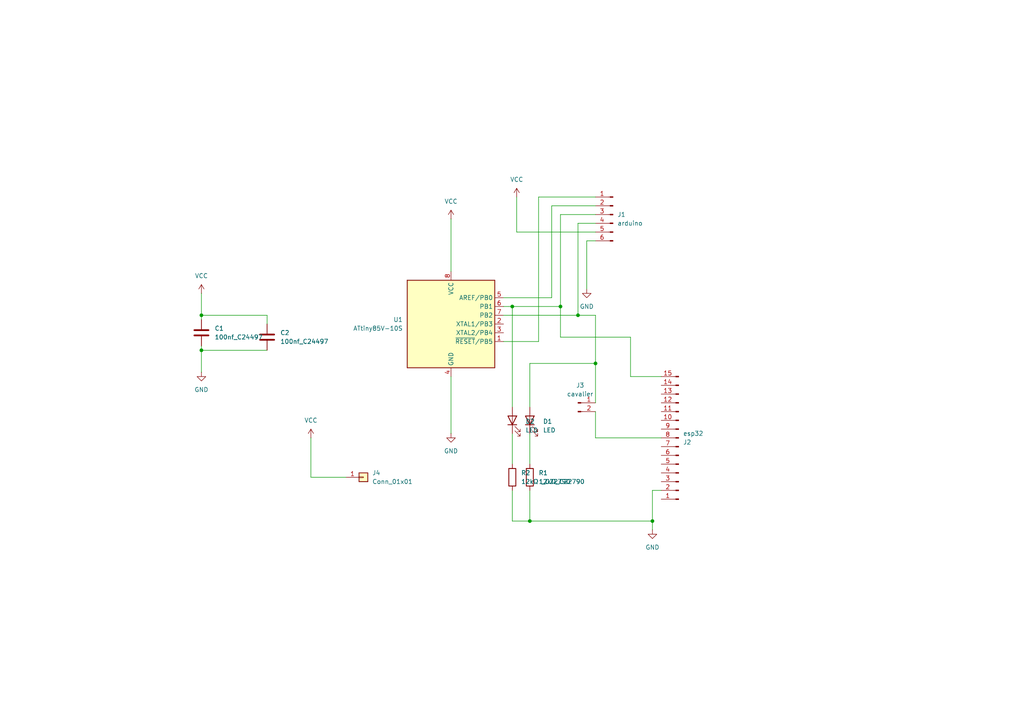
<source format=kicad_sch>
(kicad_sch (version 20250114) (generator "eeschema") (generator_version "9.0")
  (paper "A4")
  (lib_symbols
    (symbol "Connector:Conn_01x02_Pin" (pin_names (offset 1.016) (hide yes))
      (property "Reference" "J" (at 0 2.54 0))
      (property "Value" "Conn_01x02_Pin" (at 0 -5.08 0))
      (symbol "Conn_01x02_Pin_1_1"
        (rectangle (start 0.8636 0.127) (end 0 -0.127) (stroke (width 0.1524)) (fill (type outline)))
        (rectangle (start 0.8636 -2.413) (end 0 -2.667) (stroke (width 0.1524)) (fill (type outline)))
        (polyline (pts (xy 1.27 0) (xy 0.8636 0)) (stroke (width 0.1524)))
        (polyline (pts (xy 1.27 -2.54) (xy 0.8636 -2.54)) (stroke (width 0.1524)))
        (pin passive line (at 5.08 0 180) (length 3.81) (name "Pin_1") (number "1"))
        (pin passive line (at 5.08 -2.54 180) (length 3.81) (name "Pin_2") (number "2"))
      )
    )
    (symbol "Connector:Conn_01x06_Pin" (pin_names (offset 1.016) (hide yes))
      (property "Reference" "J" (at 0 7.62 0))
      (property "Value" "Conn_01x06_Pin" (at 0 -10.16 0))
      (symbol "Conn_01x06_Pin_1_1"
        (rectangle (start 0.8636 5.207) (end 0 4.953) (stroke (width 0.1524)) (fill (type outline)))
        (rectangle (start 0.8636 2.667) (end 0 2.413) (stroke (width 0.1524)) (fill (type outline)))
        (rectangle (start 0.8636 0.127) (end 0 -0.127) (stroke (width 0.1524)) (fill (type outline)))
        (rectangle (start 0.8636 -2.413) (end 0 -2.667) (stroke (width 0.1524)) (fill (type outline)))
        (rectangle (start 0.8636 -4.953) (end 0 -5.207) (stroke (width 0.1524)) (fill (type outline)))
        (rectangle (start 0.8636 -7.493) (end 0 -7.747) (stroke (width 0.1524)) (fill (type outline)))
        (polyline (pts (xy 1.27 5.08) (xy 0.8636 5.08)) (stroke (width 0.1524)))
        (polyline (pts (xy 1.27 2.54) (xy 0.8636 2.54)) (stroke (width 0.1524)))
        (polyline (pts (xy 1.27 0) (xy 0.8636 0)) (stroke (width 0.1524)))
        (polyline (pts (xy 1.27 -2.54) (xy 0.8636 -2.54)) (stroke (width 0.1524)))
        (polyline (pts (xy 1.27 -5.08) (xy 0.8636 -5.08)) (stroke (width 0.1524)))
        (polyline (pts (xy 1.27 -7.62) (xy 0.8636 -7.62)) (stroke (width 0.1524)))
        (pin passive line (at 5.08 5.08 180) (length 3.81) (name "Pin_1") (number "1"))
        (pin passive line (at 5.08 2.54 180) (length 3.81) (name "Pin_2") (number "2"))
        (pin passive line (at 5.08 0 180) (length 3.81) (name "Pin_3") (number "3"))
        (pin passive line (at 5.08 -2.54 180) (length 3.81) (name "Pin_4") (number "4"))
        (pin passive line (at 5.08 -5.08 180) (length 3.81) (name "Pin_5") (number "5"))
        (pin passive line (at 5.08 -7.62 180) (length 3.81) (name "Pin_6") (number "6"))
      )
    )
    (symbol "Connector:Conn_01x15_Pin" (pin_names (offset 1.016) (hide yes))
      (property "Reference" "J" (at 0 20.32 0))
      (property "Value" "Conn_01x15_Pin" (at 0 -20.32 0))
      (symbol "Conn_01x15_Pin_1_1"
        (rectangle (start 0.8636 17.907) (end 0 17.653) (stroke (width 0.1524)) (fill (type outline)))
        (rectangle (start 0.8636 15.367) (end 0 15.113) (stroke (width 0.1524)) (fill (type outline)))
        (rectangle (start 0.8636 12.827) (end 0 12.573) (stroke (width 0.1524)) (fill (type outline)))
        (rectangle (start 0.8636 10.287) (end 0 10.033) (stroke (width 0.1524)) (fill (type outline)))
        (rectangle (start 0.8636 7.747) (end 0 7.493) (stroke (width 0.1524)) (fill (type outline)))
        (rectangle (start 0.8636 5.207) (end 0 4.953) (stroke (width 0.1524)) (fill (type outline)))
        (rectangle (start 0.8636 2.667) (end 0 2.413) (stroke (width 0.1524)) (fill (type outline)))
        (rectangle (start 0.8636 0.127) (end 0 -0.127) (stroke (width 0.1524)) (fill (type outline)))
        (rectangle (start 0.8636 -2.413) (end 0 -2.667) (stroke (width 0.1524)) (fill (type outline)))
        (rectangle (start 0.8636 -4.953) (end 0 -5.207) (stroke (width 0.1524)) (fill (type outline)))
        (rectangle (start 0.8636 -7.493) (end 0 -7.747) (stroke (width 0.1524)) (fill (type outline)))
        (rectangle (start 0.8636 -10.033) (end 0 -10.287) (stroke (width 0.1524)) (fill (type outline)))
        (rectangle (start 0.8636 -12.573) (end 0 -12.827) (stroke (width 0.1524)) (fill (type outline)))
        (rectangle (start 0.8636 -15.113) (end 0 -15.367) (stroke (width 0.1524)) (fill (type outline)))
        (rectangle (start 0.8636 -17.653) (end 0 -17.907) (stroke (width 0.1524)) (fill (type outline)))
        (polyline (pts (xy 1.27 17.78) (xy 0.8636 17.78)) (stroke (width 0.1524)))
        (polyline (pts (xy 1.27 15.24) (xy 0.8636 15.24)) (stroke (width 0.1524)))
        (polyline (pts (xy 1.27 12.7) (xy 0.8636 12.7)) (stroke (width 0.1524)))
        (polyline (pts (xy 1.27 10.16) (xy 0.8636 10.16)) (stroke (width 0.1524)))
        (polyline (pts (xy 1.27 7.62) (xy 0.8636 7.62)) (stroke (width 0.1524)))
        (polyline (pts (xy 1.27 5.08) (xy 0.8636 5.08)) (stroke (width 0.1524)))
        (polyline (pts (xy 1.27 2.54) (xy 0.8636 2.54)) (stroke (width 0.1524)))
        (polyline (pts (xy 1.27 0) (xy 0.8636 0)) (stroke (width 0.1524)))
        (polyline (pts (xy 1.27 -2.54) (xy 0.8636 -2.54)) (stroke (width 0.1524)))
        (polyline (pts (xy 1.27 -5.08) (xy 0.8636 -5.08)) (stroke (width 0.1524)))
        (polyline (pts (xy 1.27 -7.62) (xy 0.8636 -7.62)) (stroke (width 0.1524)))
        (polyline (pts (xy 1.27 -10.16) (xy 0.8636 -10.16)) (stroke (width 0.1524)))
        (polyline (pts (xy 1.27 -12.7) (xy 0.8636 -12.7)) (stroke (width 0.1524)))
        (polyline (pts (xy 1.27 -15.24) (xy 0.8636 -15.24)) (stroke (width 0.1524)))
        (polyline (pts (xy 1.27 -17.78) (xy 0.8636 -17.78)) (stroke (width 0.1524)))
        (pin passive line (at 5.08 17.78 180) (length 3.81) (name "Pin_1") (number "1"))
        (pin passive line (at 5.08 15.24 180) (length 3.81) (name "Pin_2") (number "2"))
        (pin passive line (at 5.08 12.7 180) (length 3.81) (name "Pin_3") (number "3"))
        (pin passive line (at 5.08 10.16 180) (length 3.81) (name "Pin_4") (number "4"))
        (pin passive line (at 5.08 7.62 180) (length 3.81) (name "Pin_5") (number "5"))
        (pin passive line (at 5.08 5.08 180) (length 3.81) (name "Pin_6") (number "6"))
        (pin passive line (at 5.08 2.54 180) (length 3.81) (name "Pin_7") (number "7"))
        (pin passive line (at 5.08 0 180) (length 3.81) (name "Pin_8") (number "8"))
        (pin passive line (at 5.08 -2.54 180) (length 3.81) (name "Pin_9") (number "9"))
        (pin passive line (at 5.08 -5.08 180) (length 3.81) (name "Pin_10") (number "10"))
        (pin passive line (at 5.08 -7.62 180) (length 3.81) (name "Pin_11") (number "11"))
        (pin passive line (at 5.08 -10.16 180) (length 3.81) (name "Pin_12") (number "12"))
        (pin passive line (at 5.08 -12.7 180) (length 3.81) (name "Pin_13") (number "13"))
        (pin passive line (at 5.08 -15.24 180) (length 3.81) (name "Pin_14") (number "14"))
        (pin passive line (at 5.08 -17.78 180) (length 3.81) (name "Pin_15") (number "15"))
      )
    )
    (symbol "Connector_Generic:Conn_01x01" (pin_names (offset 1.016) (hide yes))
      (property "Reference" "J" (at 0 2.54 0))
      (property "Value" "Conn_01x01" (at 0 -2.54 0))
      (symbol "Conn_01x01_1_1"
        (rectangle (start -1.27 1.27) (end 1.27 -1.27) (stroke (width 0.254)) (fill (type background)))
        (rectangle (start -1.27 0.127) (end 0 -0.127) (stroke (width 0.1524)))
        (pin passive line (at -5.08 0 0) (length 3.81) (name "Pin_1") (number "1"))
      )
    )
    (symbol "Device:C" (pin_numbers (hide yes)) (pin_names (offset 0.254))
      (property "Reference" "C" (at 0.635 2.54 0))
      (property "Value" "C" (at 0.635 -2.54 0))
      (symbol "C_0_1"
        (polyline (pts (xy -2.032 0.762) (xy 2.032 0.762)) (stroke (width 0.508)))
        (polyline (pts (xy -2.032 -0.762) (xy 2.032 -0.762)) (stroke (width 0.508)))
      )
      (symbol "C_1_1"
        (pin passive line (at 0 3.81 270) (length 2.794) (name "~") (number "1"))
        (pin passive line (at 0 -3.81 90) (length 2.794) (name "~") (number "2"))
      )
    )
    (symbol "Device:LED" (pin_numbers (hide yes)) (pin_names (offset 1.016) (hide yes))
      (property "Reference" "D" (at 0 2.54 0))
      (property "Value" "LED" (at 0 -2.54 0))
      (symbol "LED_0_1"
        (polyline (pts (xy -3.048 -0.762) (xy -4.572 -2.286) (xy -3.81 -2.286) (xy -4.572 -2.286) (xy -4.572 -1.524)))
        (polyline (pts (xy -1.778 -0.762) (xy -3.302 -2.286) (xy -2.54 -2.286) (xy -3.302 -2.286) (xy -3.302 -1.524)))
        (polyline (pts (xy -1.27 0) (xy 1.27 0)))
        (polyline (pts (xy -1.27 -1.27) (xy -1.27 1.27)) (stroke (width 0.254)))
        (polyline (pts (xy 1.27 -1.27) (xy 1.27 1.27) (xy -1.27 0) (xy 1.27 -1.27)) (stroke (width 0.254)))
      )
      (symbol "LED_1_1"
        (pin passive line (at -3.81 0 0) (length 2.54) (name "K") (number "1"))
        (pin passive line (at 3.81 0 180) (length 2.54) (name "A") (number "2"))
      )
    )
    (symbol "Device:R" (pin_numbers (hide yes)) (pin_names (offset 0))
      (property "Reference" "R" (at 2.032 0 90))
      (property "Value" "R" (at 0 0 90))
      (symbol "R_0_1"
        (rectangle (start -1.016 -2.54) (end 1.016 2.54) (stroke (width 0.254)))
      )
      (symbol "R_1_1"
        (pin passive line (at 0 3.81 270) (length 1.27) (name "~") (number "1"))
        (pin passive line (at 0 -3.81 90) (length 1.27) (name "~") (number "2"))
      )
    )
    (symbol "MCU_Microchip_ATtiny:ATtiny85V-10S"
      (property "Reference" "U" (at -12.7 13.97 0))
      (property "Value" "ATtiny85V-10S" (at 2.54 -13.97 0))
      (symbol "ATtiny85V-10S_0_1"
        (rectangle (start -12.7 -12.7) (end 12.7 12.7) (stroke (width 0.254)) (fill (type background)))
      )
      (symbol "ATtiny85V-10S_1_1"
        (pin power_in line (at 0 15.24 270) (length 2.54) (name "VCC") (number "8"))
        (pin power_in line (at 0 -15.24 90) (length 2.54) (name "GND") (number "4"))
        (pin bidirectional line (at 15.24 7.62 180) (length 2.54) (name "AREF/PB0") (number "5"))
        (pin bidirectional line (at 15.24 5.08 180) (length 2.54) (name "PB1") (number "6"))
        (pin bidirectional line (at 15.24 2.54 180) (length 2.54) (name "PB2") (number "7"))
        (pin bidirectional line (at 15.24 0 180) (length 2.54) (name "XTAL1/PB3") (number "2"))
        (pin bidirectional line (at 15.24 -2.54 180) (length 2.54) (name "XTAL2/PB4") (number "3"))
        (pin bidirectional line (at 15.24 -5.08 180) (length 2.54) (name "~{RESET}/PB5") (number "1"))
      )
    )
    (symbol "power:GND" (power) (pin_numbers (hide yes)) (pin_names (offset 0) (hide yes))
      (property "Value" "GND" (at 0 -3.81 0))
      (symbol "GND_0_1"
        (polyline (pts (xy 0 0) (xy 0 -1.27) (xy 1.27 -1.27) (xy 0 -2.54) (xy -1.27 -1.27) (xy 0 -1.27)))
      )
      (symbol "GND_1_1"
        (pin power_in line (at 0 0 270) (length 0) (name "~") (number "1"))
      )
    )
    (symbol "power:VCC" (power) (pin_numbers (hide yes)) (pin_names (offset 0) (hide yes))
      (property "Value" "VCC" (at 0 3.556 0))
      (symbol "VCC_0_1"
        (polyline (pts (xy -0.762 1.27) (xy 0 2.54)))
        (polyline (pts (xy 0 2.54) (xy 0.762 1.27)))
        (polyline (pts (xy 0 0) (xy 0 2.54)))
      )
      (symbol "VCC_1_1"
        (pin power_in line (at 0 0 90) (length 0) (name "~") (number "1"))
      )
    )
  )
  (junction (at 162.56 88.9))
  (junction (at 172.72 105.41))
  (junction (at 58.42 91.44))
  (junction (at 167.64 91.44))
  (junction (at 58.42 101.6))
  (junction (at 148.59 88.9))
  (junction (at 189.23 151.13))
  (junction (at 153.67 151.13))
  (wire (pts (xy 153.67 142.24) (xy 153.67 151.13)))
  (wire (pts (xy 172.72 105.41) (xy 172.72 116.84)))
  (wire (pts (xy 148.59 125.73) (xy 148.59 134.62)))
  (wire (pts (xy 149.86 67.31) (xy 149.86 57.15)))
  (wire (pts (xy 148.59 151.13) (xy 153.67 151.13)))
  (wire (pts (xy 130.81 109.22) (xy 130.81 125.73)))
  (wire (pts (xy 153.67 118.11) (xy 153.67 105.41)))
  (wire (pts (xy 172.72 127) (xy 172.72 119.38)))
  (wire (pts (xy 162.56 88.9) (xy 162.56 62.23)))
  (wire (pts (xy 130.81 63.5) (xy 130.81 78.74)))
  (wire (pts (xy 172.72 91.44) (xy 172.72 105.41)))
  (wire (pts (xy 58.42 91.44) (xy 58.42 92.71)))
  (wire (pts (xy 58.42 101.6) (xy 77.47 101.6)))
  (wire (pts (xy 58.42 100.33) (xy 58.42 101.6)))
  (wire (pts (xy 148.59 142.24) (xy 148.59 151.13)))
  (wire (pts (xy 162.56 88.9) (xy 162.56 97.79)))
  (wire (pts (xy 153.67 125.73) (xy 153.67 134.62)))
  (wire (pts (xy 172.72 127) (xy 191.77 127)))
  (wire (pts (xy 189.23 151.13) (xy 189.23 153.67)))
  (wire (pts (xy 189.23 142.24) (xy 189.23 151.13)))
  (wire (pts (xy 146.05 91.44) (xy 167.64 91.44)))
  (wire (pts (xy 156.21 57.15) (xy 172.72 57.15)))
  (wire (pts (xy 146.05 88.9) (xy 148.59 88.9)))
  (wire (pts (xy 191.77 142.24) (xy 189.23 142.24)))
  (wire (pts (xy 167.64 91.44) (xy 167.64 64.77)))
  (wire (pts (xy 162.56 97.79) (xy 182.88 97.79)))
  (wire (pts (xy 156.21 99.06) (xy 156.21 57.15)))
  (wire (pts (xy 77.47 93.98) (xy 77.47 91.44)))
  (wire (pts (xy 146.05 86.36) (xy 160.02 86.36)))
  (wire (pts (xy 172.72 69.85) (xy 170.18 69.85)))
  (wire (pts (xy 170.18 69.85) (xy 170.18 83.82)))
  (wire (pts (xy 172.72 67.31) (xy 149.86 67.31)))
  (wire (pts (xy 58.42 85.09) (xy 58.42 91.44)))
  (wire (pts (xy 160.02 86.36) (xy 160.02 59.69)))
  (wire (pts (xy 167.64 64.77) (xy 172.72 64.77)))
  (wire (pts (xy 160.02 59.69) (xy 172.72 59.69)))
  (wire (pts (xy 172.72 91.44) (xy 167.64 91.44)))
  (wire (pts (xy 90.17 138.43) (xy 90.17 127)))
  (wire (pts (xy 148.59 88.9) (xy 148.59 118.11)))
  (wire (pts (xy 182.88 97.79) (xy 182.88 109.22)))
  (wire (pts (xy 146.05 99.06) (xy 156.21 99.06)))
  (wire (pts (xy 153.67 151.13) (xy 189.23 151.13)))
  (wire (pts (xy 182.88 109.22) (xy 191.77 109.22)))
  (wire (pts (xy 153.67 105.41) (xy 172.72 105.41)))
  (wire (pts (xy 100.33 138.43) (xy 90.17 138.43)))
  (wire (pts (xy 77.47 91.44) (xy 58.42 91.44)))
  (wire (pts (xy 58.42 101.6) (xy 58.42 107.95)))
  (wire (pts (xy 162.56 62.23) (xy 172.72 62.23)))
  (wire (pts (xy 148.59 88.9) (xy 162.56 88.9)))
  (symbol (lib_id "power:GND") (at 189.23 153.67 0) (unit 1)
    (property "Reference" "#PWR05" (effects (hide yes)))
    (property "Value" "GND" (at 189.23 158.75 0))
    (property "Description" "Power symbol creates a global label with name \"GND\" , ground" (effects (hide yes)))
  )
  (symbol (lib_id "Device:LED") (at 148.59 121.92 90) (unit 1)
    (property "Reference" "D2" (at 152.4 122.2374 90) (effects (justify right)))
    (property "Value" "LED" (at 152.4 124.7774 90) (effects (justify right)))
    (property "Footprint" "LED_THT:LED_D1.8mm_W3.3mm_H2.4mm" (effects (hide yes)))
    (property "Description" "Light emitting diode" (effects (hide yes)))
    (property "Sim.Pins" "1=K 2=A" (effects (hide yes)))
  )
  (symbol (lib_id "power:GND") (at 170.18 83.82 0) (unit 1)
    (property "Reference" "#PWR03" (effects (hide yes)))
    (property "Value" "GND" (at 170.18 88.9 0))
    (property "Description" "Power symbol creates a global label with name \"GND\" , ground" (effects (hide yes)))
  )
  (symbol (lib_id "power:VCC") (at 130.81 63.5 0) (unit 1)
    (property "Reference" "#PWR01" (effects (hide yes)))
    (property "Value" "VCC" (at 130.81 58.42 0))
    (property "Description" "Power symbol creates a global label with name \"VCC\"" (effects (hide yes)))
  )
  (symbol (lib_id "power:VCC") (at 149.86 57.15 0) (unit 1)
    (property "Reference" "#PWR04" (effects (hide yes)))
    (property "Value" "VCC" (at 149.86 52.07 0))
    (property "Description" "Power symbol creates a global label with name \"VCC\"" (effects (hide yes)))
  )
  (symbol (lib_id "power:VCC") (at 90.17 127 0) (unit 1)
    (property "Reference" "#PWR06" (effects (hide yes)))
    (property "Value" "VCC" (at 90.17 121.92 0))
    (property "Description" "Power symbol creates a global label with name \"VCC\"" (effects (hide yes)))
  )
  (symbol (lib_id "Device:R") (at 153.67 138.43 0) (unit 1)
    (property "Reference" "R1" (at 156.21 137.1599 0) (effects (justify left)))
    (property "Value" "12kΩ_C22790" (at 156.21 139.6999 0) (effects (justify left)))
    (property "Footprint" "Resistor_SMD:R_0201_0603Metric" (effects (hide yes)))
    (property "Description" "Resistor" (effects (hide yes)))
  )
  (symbol (lib_id "power:GND") (at 58.42 107.95 0) (unit 1)
    (property "Reference" "#PWR08" (effects (hide yes)))
    (property "Value" "GND" (at 58.42 113.03 0))
    (property "Description" "Power symbol creates a global label with name \"GND\" , ground" (effects (hide yes)))
  )
  (symbol (lib_id "Device:C") (at 58.42 96.52 0) (unit 1)
    (property "Reference" "C1" (at 62.23 95.2499 0) (effects (justify left)))
    (property "Value" "100nf_C24497" (at 62.23 97.7899 0) (effects (justify left)))
    (property "Footprint" "Capacitor_SMD:C_1206_3216Metric" (effects (hide yes)))
    (property "Description" "Unpolarized capacitor" (effects (hide yes)))
  )
  (symbol (lib_id "power:VCC") (at 58.42 85.09 0) (unit 1)
    (property "Reference" "#PWR07" (effects (hide yes)))
    (property "Value" "VCC" (at 58.42 80.01 0))
    (property "Description" "Power symbol creates a global label with name \"VCC\"" (effects (hide yes)))
  )
  (symbol (lib_id "Device:R") (at 148.59 138.43 0) (unit 1)
    (property "Reference" "R2" (at 151.13 137.1599 0) (effects (justify left)))
    (property "Value" "12kΩ _C22790" (at 151.13 139.6999 0) (effects (justify left)))
    (property "Footprint" "Resistor_SMD:R_0201_0603Metric" (effects (hide yes)))
    (property "Description" "Resistor" (effects (hide yes)))
  )
  (symbol (lib_id "Connector:Conn_01x15_Pin") (at 196.85 127 180) (unit 1)
    (property "Reference" "J2" (at 198.12 128.2701 0) (effects (justify right)))
    (property "Value" "esp32" (at 198.12 125.7301 0) (effects (justify right)))
    (property "Footprint" "Connector_PinHeader_2.54mm:PinHeader_1x15_P2.54mm_Vertical" (effects (hide yes)))
    (property "Description" "Generic connector, single row, 01x15, script generated" (effects (hide yes)))
  )
  (symbol (lib_id "Connector:Conn_01x02_Pin") (at 167.64 116.84 0) (unit 1)
    (property "Reference" "J3" (at 168.275 111.76 0))
    (property "Value" "cavalier" (at 168.275 114.3 0))
    (property "Footprint" "Connector_PinHeader_2.54mm:PinHeader_1x02_P2.54mm_Vertical" (effects (hide yes)))
    (property "Description" "Generic connector, single row, 01x02, script generated" (effects (hide yes)))
  )
  (symbol (lib_id "MCU_Microchip_ATtiny:ATtiny85V-10S") (at 130.81 93.98 0) (unit 1)
    (property "Reference" "U1" (at 116.84 92.7099 0) (effects (justify right)))
    (property "Value" "ATtiny85V-10S" (at 116.84 95.2499 0) (effects (justify right)))
    (property "Footprint" "Package_SO:SOIC-8_5.3x5.3mm_P1.27mm" (effects (hide yes)))
    (property "Datasheet" "http://ww1.microchip.com/downloads/en/DeviceDoc/atmel-2586-avr-8-bit-microcontroller-attiny25-attiny45-attiny85_datasheet.pdf" (effects (hide yes)))
    (property "Description" "10MHz, 8kB Flash, 512B SRAM, 512B EEPROM, debugWIRE, SOIC-8" (effects (hide yes)))
  )
  (symbol (lib_id "Connector:Conn_01x06_Pin") (at 177.8 62.23 0) (mirror y) (unit 1)
    (property "Reference" "J1" (at 179.07 62.2299 0) (effects (justify right)))
    (property "Value" "arduino" (at 179.07 64.7699 0) (effects (justify right)))
    (property "Footprint" "Connector_PinHeader_2.54mm:PinHeader_1x06_P2.54mm_Vertical" (effects (hide yes)))
    (property "Description" "Generic connector, single row, 01x06, script generated" (effects (hide yes)))
  )
  (symbol (lib_id "Device:C") (at 77.47 97.79 0) (unit 1)
    (property "Reference" "C2" (at 81.28 96.5199 0) (effects (justify left)))
    (property "Value" "100nf_C24497" (at 81.28 99.0599 0) (effects (justify left)))
    (property "Footprint" "Capacitor_SMD:C_1206_3216Metric" (effects (hide yes)))
    (property "Description" "Unpolarized capacitor" (effects (hide yes)))
  )
  (symbol (lib_id "Device:LED") (at 153.67 121.92 90) (unit 1)
    (property "Reference" "D1" (at 157.48 122.2374 90) (effects (justify right)))
    (property "Value" "LED" (at 157.48 124.7774 90) (effects (justify right)))
    (property "Footprint" "LED_THT:LED_D1.8mm_W3.3mm_H2.4mm" (effects (hide yes)))
    (property "Description" "Light emitting diode" (effects (hide yes)))
    (property "Sim.Pins" "1=K 2=A" (effects (hide yes)))
  )
  (symbol (lib_id "Connector_Generic:Conn_01x01") (at 105.41 138.43 0) (unit 1)
    (property "Reference" "J4" (at 107.95 137.1599 0) (effects (justify left)))
    (property "Value" "Conn_01x01" (at 107.95 139.6999 0) (effects (justify left)))
    (property "Footprint" "Connector_Pin:Pin_D1.1mm_L10.2mm_W3.5mm_Flat" (effects (hide yes)))
    (property "Description" "Generic connector, single row, 01x01, script generated (kicad-library-utils/schlib/autogen/connector/)" (effects (hide yes)))
  )
  (symbol (lib_id "power:GND") (at 130.81 125.73 0) (unit 1)
    (property "Reference" "#PWR02" (effects (hide yes)))
    (property "Value" "GND" (at 130.81 130.81 0))
    (property "Description" "Power symbol creates a global label with name \"GND\" , ground" (effects (hide yes)))
  )
)
</source>
